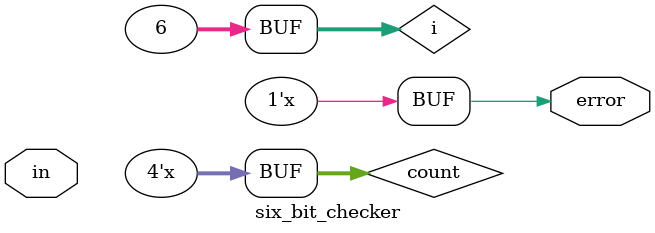
<source format=v>
module six_bit_checker(input [5:0] in, output reg error);

integer i;
reg [3:0] count;

always@(*) begin
	for(i = 0; i < 6; i = i + 1) begin
		count = count + in[i];
	end
	error = !count[0];
end
endmodule


</source>
